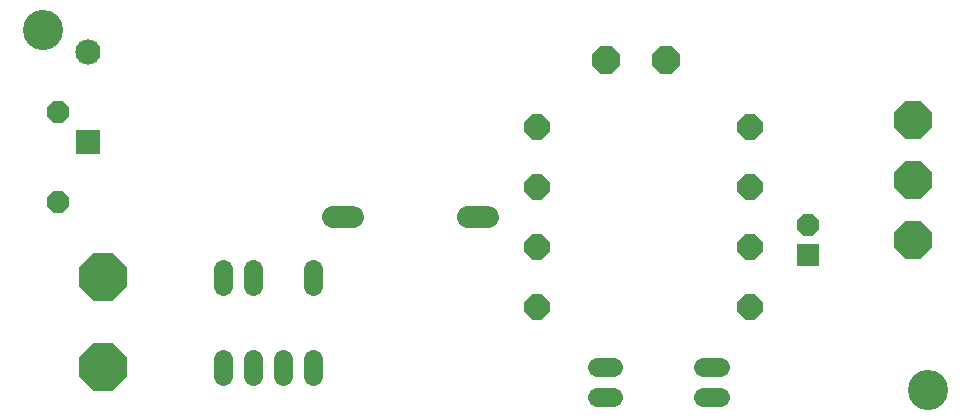
<source format=gbr>
G04 EAGLE Gerber X2 export*
%TF.Part,Single*%
%TF.FileFunction,Soldermask,Top,1*%
%TF.FilePolarity,Negative*%
%TF.GenerationSoftware,Autodesk,EAGLE,8.6.0*%
%TF.CreationDate,2018-01-28T12:09:13Z*%
G75*
%MOMM*%
%FSLAX34Y34*%
%LPD*%
%AMOC8*
5,1,8,0,0,1.08239X$1,22.5*%
G01*
%ADD10C,3.403200*%
%ADD11R,2.133600X2.133600*%
%ADD12C,2.133600*%
%ADD13P,2.584314X8X22.500000*%
%ADD14R,1.879600X1.879600*%
%ADD15P,2.034460X8X292.500000*%
%ADD16C,1.879600*%
%ADD17C,1.611200*%
%ADD18P,2.034460X8X22.500000*%
%ADD19P,2.309387X8X22.500000*%
%ADD20P,4.343848X8X112.500000*%
%ADD21P,3.467112X8X112.500000*%


D10*
X787400Y31750D03*
X38100Y336550D03*
D11*
X76200Y241300D03*
D12*
X76200Y317500D03*
D13*
X514350Y311150D03*
X565150Y311150D03*
D14*
X685800Y146050D03*
D15*
X685800Y171450D03*
D16*
X300482Y177800D02*
X283718Y177800D01*
X398018Y177800D02*
X414782Y177800D01*
D17*
X190500Y57840D02*
X190500Y43760D01*
X215900Y43760D02*
X215900Y57840D01*
X241300Y57840D02*
X241300Y43760D01*
X266700Y43760D02*
X266700Y57840D01*
X266700Y119960D02*
X266700Y134040D01*
X215900Y134040D02*
X215900Y119960D01*
X190500Y119960D02*
X190500Y134040D01*
X596900Y25400D02*
X610980Y25400D01*
X610980Y50800D02*
X596900Y50800D01*
X520700Y50800D02*
X506620Y50800D01*
X506620Y25400D02*
X520700Y25400D01*
D18*
X50800Y266700D03*
X50800Y190500D03*
D19*
X456100Y101600D03*
X456100Y152400D03*
X456100Y203200D03*
X456100Y254000D03*
X636100Y254000D03*
X636100Y203200D03*
X636100Y152400D03*
X636100Y101600D03*
D20*
X88900Y50800D03*
X88900Y127000D03*
D21*
X774700Y158750D03*
X774700Y209550D03*
X774700Y260350D03*
M02*

</source>
